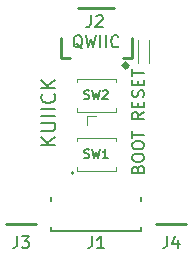
<source format=gbr>
G04 #@! TF.GenerationSoftware,KiCad,Pcbnew,5.99.0-unknown-c3175b4~86~ubuntu16.04.1*
G04 #@! TF.CreationDate,2020-03-16T03:04:42+00:00*
G04 #@! TF.ProjectId,kuiick,6b756969-636b-42e6-9b69-6361645f7063,rev?*
G04 #@! TF.SameCoordinates,Original*
G04 #@! TF.FileFunction,Legend,Top*
G04 #@! TF.FilePolarity,Positive*
%FSLAX46Y46*%
G04 Gerber Fmt 4.6, Leading zero omitted, Abs format (unit mm)*
G04 Created by KiCad (PCBNEW 5.99.0-unknown-c3175b4~86~ubuntu16.04.1) date 2020-03-16 03:04:42*
%MOMM*%
%LPD*%
G04 APERTURE LIST*
%ADD10C,0.150000*%
%ADD11C,0.200000*%
%ADD12C,0.120000*%
%ADD13C,0.254000*%
%ADD14C,0.127000*%
%ADD15C,0.398780*%
G04 APERTURE END LIST*
D10*
X148833333Y-94047619D02*
X148738095Y-94000000D01*
X148642857Y-93904761D01*
X148500000Y-93761904D01*
X148404761Y-93714285D01*
X148309523Y-93714285D01*
X148357142Y-93952380D02*
X148261904Y-93904761D01*
X148166666Y-93809523D01*
X148119047Y-93619047D01*
X148119047Y-93285714D01*
X148166666Y-93095238D01*
X148261904Y-93000000D01*
X148357142Y-92952380D01*
X148547619Y-92952380D01*
X148642857Y-93000000D01*
X148738095Y-93095238D01*
X148785714Y-93285714D01*
X148785714Y-93619047D01*
X148738095Y-93809523D01*
X148642857Y-93904761D01*
X148547619Y-93952380D01*
X148357142Y-93952380D01*
X149119047Y-92952380D02*
X149357142Y-93952380D01*
X149547619Y-93238095D01*
X149738095Y-93952380D01*
X149976190Y-92952380D01*
X150357142Y-93952380D02*
X150357142Y-92952380D01*
X150833333Y-93952380D02*
X150833333Y-92952380D01*
X151880952Y-93857142D02*
X151833333Y-93904761D01*
X151690476Y-93952380D01*
X151595238Y-93952380D01*
X151452380Y-93904761D01*
X151357142Y-93809523D01*
X151309523Y-93714285D01*
X151261904Y-93523809D01*
X151261904Y-93380952D01*
X151309523Y-93190476D01*
X151357142Y-93095238D01*
X151452380Y-93000000D01*
X151595238Y-92952380D01*
X151690476Y-92952380D01*
X151833333Y-93000000D01*
X151880952Y-93047619D01*
D11*
X146542857Y-102214285D02*
X145342857Y-102214285D01*
X146542857Y-101528571D02*
X145857142Y-102042857D01*
X145342857Y-101528571D02*
X146028571Y-102214285D01*
X145342857Y-101014285D02*
X146314285Y-101014285D01*
X146428571Y-100957142D01*
X146485714Y-100900000D01*
X146542857Y-100785714D01*
X146542857Y-100557142D01*
X146485714Y-100442857D01*
X146428571Y-100385714D01*
X146314285Y-100328571D01*
X145342857Y-100328571D01*
X146542857Y-99757142D02*
X145342857Y-99757142D01*
X146542857Y-99185714D02*
X145342857Y-99185714D01*
X146428571Y-97928571D02*
X146485714Y-97985714D01*
X146542857Y-98157142D01*
X146542857Y-98271428D01*
X146485714Y-98442857D01*
X146371428Y-98557142D01*
X146257142Y-98614285D01*
X146028571Y-98671428D01*
X145857142Y-98671428D01*
X145628571Y-98614285D01*
X145514285Y-98557142D01*
X145400000Y-98442857D01*
X145342857Y-98271428D01*
X145342857Y-98157142D01*
X145400000Y-97985714D01*
X145457142Y-97928571D01*
X146542857Y-97414285D02*
X145342857Y-97414285D01*
X146542857Y-96728571D02*
X145857142Y-97242857D01*
X145342857Y-96728571D02*
X146028571Y-97414285D01*
D10*
X153528571Y-104257142D02*
X153576190Y-104114285D01*
X153623809Y-104066666D01*
X153719047Y-104019047D01*
X153861904Y-104019047D01*
X153957142Y-104066666D01*
X154004761Y-104114285D01*
X154052380Y-104209523D01*
X154052380Y-104590476D01*
X153052380Y-104590476D01*
X153052380Y-104257142D01*
X153100000Y-104161904D01*
X153147619Y-104114285D01*
X153242857Y-104066666D01*
X153338095Y-104066666D01*
X153433333Y-104114285D01*
X153480952Y-104161904D01*
X153528571Y-104257142D01*
X153528571Y-104590476D01*
X153052380Y-103400000D02*
X153052380Y-103209523D01*
X153100000Y-103114285D01*
X153195238Y-103019047D01*
X153385714Y-102971428D01*
X153719047Y-102971428D01*
X153909523Y-103019047D01*
X154004761Y-103114285D01*
X154052380Y-103209523D01*
X154052380Y-103400000D01*
X154004761Y-103495238D01*
X153909523Y-103590476D01*
X153719047Y-103638095D01*
X153385714Y-103638095D01*
X153195238Y-103590476D01*
X153100000Y-103495238D01*
X153052380Y-103400000D01*
X153052380Y-102352380D02*
X153052380Y-102161904D01*
X153100000Y-102066666D01*
X153195238Y-101971428D01*
X153385714Y-101923809D01*
X153719047Y-101923809D01*
X153909523Y-101971428D01*
X154004761Y-102066666D01*
X154052380Y-102161904D01*
X154052380Y-102352380D01*
X154004761Y-102447619D01*
X153909523Y-102542857D01*
X153719047Y-102590476D01*
X153385714Y-102590476D01*
X153195238Y-102542857D01*
X153100000Y-102447619D01*
X153052380Y-102352380D01*
X153052380Y-101638095D02*
X153052380Y-101066666D01*
X154052380Y-101352380D02*
X153052380Y-101352380D01*
X154052380Y-99452380D02*
X153576190Y-99785714D01*
X154052380Y-100023809D02*
X153052380Y-100023809D01*
X153052380Y-99642857D01*
X153100000Y-99547619D01*
X153147619Y-99500000D01*
X153242857Y-99452380D01*
X153385714Y-99452380D01*
X153480952Y-99500000D01*
X153528571Y-99547619D01*
X153576190Y-99642857D01*
X153576190Y-100023809D01*
X153528571Y-99023809D02*
X153528571Y-98690476D01*
X154052380Y-98547619D02*
X154052380Y-99023809D01*
X153052380Y-99023809D01*
X153052380Y-98547619D01*
X154004761Y-98166666D02*
X154052380Y-98023809D01*
X154052380Y-97785714D01*
X154004761Y-97690476D01*
X153957142Y-97642857D01*
X153861904Y-97595238D01*
X153766666Y-97595238D01*
X153671428Y-97642857D01*
X153623809Y-97690476D01*
X153576190Y-97785714D01*
X153528571Y-97976190D01*
X153480952Y-98071428D01*
X153433333Y-98119047D01*
X153338095Y-98166666D01*
X153242857Y-98166666D01*
X153147619Y-98119047D01*
X153100000Y-98071428D01*
X153052380Y-97976190D01*
X153052380Y-97738095D01*
X153100000Y-97595238D01*
X153528571Y-97166666D02*
X153528571Y-96833333D01*
X154052380Y-96690476D02*
X154052380Y-97166666D01*
X153052380Y-97166666D01*
X153052380Y-96690476D01*
X153052380Y-96404761D02*
X153052380Y-95833333D01*
X154052380Y-96119047D02*
X153052380Y-96119047D01*
D12*
X151650000Y-96900000D02*
X151650000Y-96600000D01*
X151650000Y-96600000D02*
X148350000Y-96600000D01*
X148350000Y-96600000D02*
X148350000Y-96900000D01*
X151650000Y-99100000D02*
X151650000Y-99400000D01*
X151650000Y-99400000D02*
X148350000Y-99400000D01*
X148350000Y-99400000D02*
X148350000Y-99100000D01*
X151650000Y-101900000D02*
X151650000Y-101600000D01*
X151650000Y-101600000D02*
X148350000Y-101600000D01*
X148350000Y-101600000D02*
X148350000Y-101900000D01*
X151650000Y-104100000D02*
X151650000Y-104400000D01*
X151650000Y-104400000D02*
X148350000Y-104400000D01*
X148350000Y-104400000D02*
X148350000Y-104100000D01*
D13*
X157620000Y-108890000D02*
X155080000Y-108890000D01*
X144920000Y-108890000D02*
X142380000Y-108890000D01*
D14*
X153800000Y-109200000D02*
X153800000Y-109500000D01*
X146200000Y-109200000D02*
X146200000Y-109500000D01*
X153800000Y-107000000D02*
X153800000Y-106600000D01*
X146200000Y-106600000D02*
X146200000Y-107000000D01*
X146200000Y-109550000D02*
X153800000Y-109550000D01*
D11*
X148100000Y-104600000D02*
G75*
G03X148100000Y-104600000I-100000J0D01*
G01*
D12*
X154450000Y-93300000D02*
X154450000Y-95300000D01*
X153550000Y-93300000D02*
X153550000Y-95300000D01*
X149250000Y-99750000D02*
X150000000Y-99750000D01*
X149250000Y-100500000D02*
X149250000Y-99750000D01*
D13*
X151498600Y-90600060D02*
X148501400Y-90600060D01*
X152999740Y-93201020D02*
X152999740Y-94852020D01*
X147752100Y-94852020D02*
X147000260Y-94852020D01*
X147000260Y-94852020D02*
X147000260Y-93201020D01*
X152999740Y-94852020D02*
X152247900Y-94852020D01*
D15*
X152639060Y-95499720D02*
G75*
G03X152639060Y-95499720I-139700J0D01*
G01*
D10*
X149000000Y-98303571D02*
X149107142Y-98339285D01*
X149285714Y-98339285D01*
X149357142Y-98303571D01*
X149392857Y-98267857D01*
X149428571Y-98196428D01*
X149428571Y-98125000D01*
X149392857Y-98053571D01*
X149357142Y-98017857D01*
X149285714Y-97982142D01*
X149142857Y-97946428D01*
X149071428Y-97910714D01*
X149035714Y-97875000D01*
X149000000Y-97803571D01*
X149000000Y-97732142D01*
X149035714Y-97660714D01*
X149071428Y-97625000D01*
X149142857Y-97589285D01*
X149321428Y-97589285D01*
X149428571Y-97625000D01*
X149678571Y-97589285D02*
X149857142Y-98339285D01*
X150000000Y-97803571D01*
X150142857Y-98339285D01*
X150321428Y-97589285D01*
X150571428Y-97660714D02*
X150607142Y-97625000D01*
X150678571Y-97589285D01*
X150857142Y-97589285D01*
X150928571Y-97625000D01*
X150964285Y-97660714D01*
X151000000Y-97732142D01*
X151000000Y-97803571D01*
X150964285Y-97910714D01*
X150535714Y-98339285D01*
X151000000Y-98339285D01*
X149000000Y-103303571D02*
X149107142Y-103339285D01*
X149285714Y-103339285D01*
X149357142Y-103303571D01*
X149392857Y-103267857D01*
X149428571Y-103196428D01*
X149428571Y-103125000D01*
X149392857Y-103053571D01*
X149357142Y-103017857D01*
X149285714Y-102982142D01*
X149142857Y-102946428D01*
X149071428Y-102910714D01*
X149035714Y-102875000D01*
X149000000Y-102803571D01*
X149000000Y-102732142D01*
X149035714Y-102660714D01*
X149071428Y-102625000D01*
X149142857Y-102589285D01*
X149321428Y-102589285D01*
X149428571Y-102625000D01*
X149678571Y-102589285D02*
X149857142Y-103339285D01*
X150000000Y-102803571D01*
X150142857Y-103339285D01*
X150321428Y-102589285D01*
X151000000Y-103339285D02*
X150571428Y-103339285D01*
X150785714Y-103339285D02*
X150785714Y-102589285D01*
X150714285Y-102696428D01*
X150642857Y-102767857D01*
X150571428Y-102803571D01*
X156016666Y-109952380D02*
X156016666Y-110666666D01*
X155969047Y-110809523D01*
X155873809Y-110904761D01*
X155730952Y-110952380D01*
X155635714Y-110952380D01*
X156921428Y-110285714D02*
X156921428Y-110952380D01*
X156683333Y-109904761D02*
X156445238Y-110619047D01*
X157064285Y-110619047D01*
X143316666Y-109952380D02*
X143316666Y-110666666D01*
X143269047Y-110809523D01*
X143173809Y-110904761D01*
X143030952Y-110952380D01*
X142935714Y-110952380D01*
X143697619Y-109952380D02*
X144316666Y-109952380D01*
X143983333Y-110333333D01*
X144126190Y-110333333D01*
X144221428Y-110380952D01*
X144269047Y-110428571D01*
X144316666Y-110523809D01*
X144316666Y-110761904D01*
X144269047Y-110857142D01*
X144221428Y-110904761D01*
X144126190Y-110952380D01*
X143840476Y-110952380D01*
X143745238Y-110904761D01*
X143697619Y-110857142D01*
X149666666Y-109952380D02*
X149666666Y-110666666D01*
X149619047Y-110809523D01*
X149523809Y-110904761D01*
X149380952Y-110952380D01*
X149285714Y-110952380D01*
X150666666Y-110952380D02*
X150095238Y-110952380D01*
X150380952Y-110952380D02*
X150380952Y-109952380D01*
X150285714Y-110095238D01*
X150190476Y-110190476D01*
X150095238Y-110238095D01*
X149566666Y-91252380D02*
X149566666Y-91966666D01*
X149519047Y-92109523D01*
X149423809Y-92204761D01*
X149280952Y-92252380D01*
X149185714Y-92252380D01*
X149995238Y-91347619D02*
X150042857Y-91300000D01*
X150138095Y-91252380D01*
X150376190Y-91252380D01*
X150471428Y-91300000D01*
X150519047Y-91347619D01*
X150566666Y-91442857D01*
X150566666Y-91538095D01*
X150519047Y-91680952D01*
X149947619Y-92252380D01*
X150566666Y-92252380D01*
M02*

</source>
